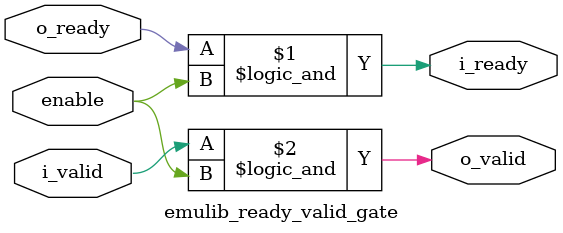
<source format=v>
`timescale 1ns / 1ps

module emulib_ready_valid_gate #(
    parameter   DECOUPLE_S  = 1,
    parameter   DECOUPLE_M  = 1
)(
    input  wire     i_valid,
    output wire     i_ready,

    output wire     o_valid,
    input  wire     o_ready,

    input  wire     enable
);

    if (DECOUPLE_S)
        assign i_ready = o_ready && enable;
    else
        assign i_ready = o_ready;

    if (DECOUPLE_M)
        assign o_valid = i_valid && enable;
    else
        assign o_valid = i_valid;

endmodule

</source>
